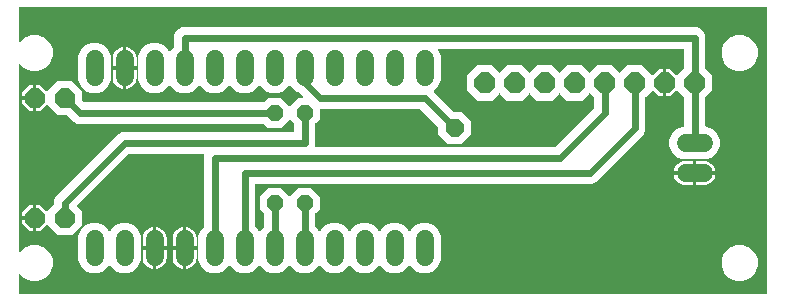
<source format=gbr>
G04 EAGLE Gerber RS-274X export*
G75*
%MOMM*%
%FSLAX34Y34*%
%LPD*%
%INBottom Copper*%
%IPPOS*%
%AMOC8*
5,1,8,0,0,1.08239X$1,22.5*%
G01*
%ADD10C,1.524000*%
%ADD11P,1.924489X8X292.500000*%
%ADD12P,1.814519X8X202.500000*%
%ADD13P,1.429621X8X292.500000*%
%ADD14P,1.649562X8X22.500000*%
%ADD15C,0.609600*%

G36*
X644928Y100842D02*
X644928Y100842D01*
X644947Y100840D01*
X645049Y100862D01*
X645151Y100879D01*
X645168Y100888D01*
X645188Y100892D01*
X645277Y100945D01*
X645368Y100994D01*
X645382Y101008D01*
X645399Y101018D01*
X645466Y101097D01*
X645538Y101172D01*
X645546Y101190D01*
X645559Y101205D01*
X645598Y101301D01*
X645641Y101395D01*
X645643Y101415D01*
X645651Y101433D01*
X645669Y101600D01*
X645669Y342900D01*
X645666Y342920D01*
X645668Y342939D01*
X645646Y343041D01*
X645630Y343143D01*
X645620Y343160D01*
X645616Y343180D01*
X645563Y343269D01*
X645514Y343360D01*
X645500Y343374D01*
X645490Y343391D01*
X645411Y343458D01*
X645336Y343530D01*
X645318Y343538D01*
X645303Y343551D01*
X645207Y343590D01*
X645113Y343633D01*
X645093Y343635D01*
X645075Y343643D01*
X644908Y343661D01*
X12700Y343661D01*
X12680Y343658D01*
X12661Y343660D01*
X12559Y343638D01*
X12457Y343622D01*
X12440Y343612D01*
X12420Y343608D01*
X12331Y343555D01*
X12240Y343506D01*
X12226Y343492D01*
X12209Y343482D01*
X12142Y343403D01*
X12071Y343328D01*
X12062Y343310D01*
X12049Y343295D01*
X12010Y343199D01*
X11967Y343105D01*
X11965Y343085D01*
X11957Y343067D01*
X11939Y342900D01*
X11939Y314617D01*
X11950Y314546D01*
X11952Y314475D01*
X11970Y314426D01*
X11979Y314374D01*
X12012Y314311D01*
X12037Y314244D01*
X12069Y314203D01*
X12094Y314157D01*
X12146Y314108D01*
X12190Y314052D01*
X12234Y314023D01*
X12272Y313988D01*
X12337Y313957D01*
X12397Y313919D01*
X12448Y313906D01*
X12495Y313884D01*
X12566Y313876D01*
X12636Y313859D01*
X12688Y313863D01*
X12739Y313857D01*
X12810Y313872D01*
X12881Y313878D01*
X12929Y313898D01*
X12980Y313909D01*
X13041Y313946D01*
X13107Y313974D01*
X13163Y314019D01*
X13191Y314035D01*
X13206Y314053D01*
X13238Y314079D01*
X16812Y317653D01*
X22384Y319961D01*
X28416Y319961D01*
X33988Y317653D01*
X38253Y313388D01*
X40561Y307816D01*
X40561Y301784D01*
X38253Y296212D01*
X33988Y291947D01*
X28416Y289639D01*
X22384Y289639D01*
X16812Y291947D01*
X13238Y295521D01*
X13180Y295563D01*
X13128Y295612D01*
X13081Y295634D01*
X13039Y295665D01*
X12970Y295686D01*
X12905Y295716D01*
X12853Y295722D01*
X12803Y295737D01*
X12732Y295735D01*
X12661Y295743D01*
X12610Y295732D01*
X12558Y295731D01*
X12490Y295706D01*
X12420Y295691D01*
X12376Y295664D01*
X12327Y295646D01*
X12271Y295601D01*
X12209Y295565D01*
X12175Y295525D01*
X12135Y295493D01*
X12096Y295432D01*
X12049Y295378D01*
X12030Y295329D01*
X12002Y295286D01*
X11984Y295216D01*
X11957Y295150D01*
X11949Y295078D01*
X11941Y295047D01*
X11943Y295024D01*
X11939Y294983D01*
X11939Y136817D01*
X11950Y136746D01*
X11952Y136675D01*
X11970Y136626D01*
X11979Y136574D01*
X12012Y136511D01*
X12037Y136444D01*
X12069Y136403D01*
X12094Y136357D01*
X12146Y136308D01*
X12190Y136252D01*
X12234Y136223D01*
X12272Y136188D01*
X12337Y136157D01*
X12397Y136119D01*
X12448Y136106D01*
X12495Y136084D01*
X12566Y136076D01*
X12636Y136059D01*
X12688Y136063D01*
X12739Y136057D01*
X12810Y136072D01*
X12881Y136078D01*
X12929Y136098D01*
X12980Y136109D01*
X13041Y136146D01*
X13107Y136174D01*
X13163Y136219D01*
X13191Y136235D01*
X13206Y136253D01*
X13238Y136279D01*
X16812Y139853D01*
X22384Y142161D01*
X28416Y142161D01*
X33988Y139853D01*
X38253Y135588D01*
X40561Y130016D01*
X40561Y123984D01*
X38253Y118412D01*
X33988Y114147D01*
X28416Y111839D01*
X22384Y111839D01*
X16812Y114147D01*
X13238Y117721D01*
X13180Y117763D01*
X13128Y117812D01*
X13081Y117834D01*
X13039Y117865D01*
X12970Y117886D01*
X12905Y117916D01*
X12853Y117922D01*
X12803Y117937D01*
X12732Y117935D01*
X12661Y117943D01*
X12610Y117932D01*
X12558Y117931D01*
X12490Y117906D01*
X12420Y117891D01*
X12376Y117864D01*
X12327Y117846D01*
X12271Y117801D01*
X12209Y117765D01*
X12175Y117725D01*
X12135Y117693D01*
X12096Y117632D01*
X12049Y117578D01*
X12030Y117529D01*
X12002Y117486D01*
X11984Y117416D01*
X11957Y117350D01*
X11949Y117278D01*
X11941Y117247D01*
X11943Y117224D01*
X11939Y117183D01*
X11939Y101600D01*
X11942Y101580D01*
X11940Y101561D01*
X11962Y101459D01*
X11979Y101357D01*
X11988Y101340D01*
X11992Y101320D01*
X12045Y101231D01*
X12094Y101140D01*
X12108Y101126D01*
X12118Y101109D01*
X12197Y101042D01*
X12272Y100971D01*
X12290Y100962D01*
X12305Y100949D01*
X12401Y100910D01*
X12495Y100867D01*
X12515Y100865D01*
X12533Y100857D01*
X12700Y100839D01*
X644908Y100839D01*
X644928Y100842D01*
G37*
%LPC*%
G36*
X175072Y118363D02*
X175072Y118363D01*
X170030Y120452D01*
X166172Y124310D01*
X164083Y129352D01*
X164083Y150048D01*
X166172Y155090D01*
X168432Y157351D01*
X168485Y157425D01*
X168545Y157494D01*
X168557Y157524D01*
X168576Y157550D01*
X168603Y157637D01*
X168637Y157722D01*
X168641Y157763D01*
X168648Y157786D01*
X168647Y157818D01*
X168655Y157889D01*
X168655Y217719D01*
X168938Y218403D01*
X168949Y218447D01*
X168968Y218489D01*
X168977Y218566D01*
X168995Y218642D01*
X168990Y218688D01*
X168995Y218733D01*
X168979Y218810D01*
X168972Y218887D01*
X168953Y218929D01*
X168943Y218974D01*
X168903Y219041D01*
X168872Y219112D01*
X168840Y219146D01*
X168817Y219185D01*
X168758Y219236D01*
X168705Y219293D01*
X168665Y219315D01*
X168630Y219345D01*
X168558Y219374D01*
X168490Y219411D01*
X168444Y219420D01*
X168402Y219437D01*
X168266Y219452D01*
X168248Y219455D01*
X168243Y219454D01*
X168235Y219455D01*
X105703Y219455D01*
X105613Y219441D01*
X105522Y219433D01*
X105492Y219421D01*
X105460Y219416D01*
X105380Y219373D01*
X105296Y219337D01*
X105264Y219311D01*
X105243Y219300D01*
X105221Y219277D01*
X105165Y219232D01*
X61693Y175760D01*
X61681Y175744D01*
X61665Y175731D01*
X61609Y175644D01*
X61549Y175560D01*
X61543Y175541D01*
X61532Y175524D01*
X61507Y175424D01*
X61477Y175325D01*
X61477Y175305D01*
X61472Y175286D01*
X61480Y175183D01*
X61483Y175079D01*
X61490Y175061D01*
X61491Y175041D01*
X61532Y174946D01*
X61567Y174848D01*
X61580Y174833D01*
X61588Y174814D01*
X61693Y174683D01*
X65279Y171097D01*
X65279Y159103D01*
X56797Y150621D01*
X44803Y150621D01*
X36124Y159300D01*
X36108Y159312D01*
X36095Y159327D01*
X36008Y159383D01*
X35924Y159444D01*
X35905Y159450D01*
X35888Y159460D01*
X35788Y159486D01*
X35689Y159516D01*
X35669Y159516D01*
X35650Y159520D01*
X35547Y159512D01*
X35443Y159510D01*
X35424Y159503D01*
X35405Y159501D01*
X35310Y159461D01*
X35212Y159425D01*
X35196Y159413D01*
X35178Y159405D01*
X35047Y159300D01*
X29924Y154177D01*
X26923Y154177D01*
X26923Y164338D01*
X26920Y164358D01*
X26922Y164377D01*
X26900Y164479D01*
X26883Y164581D01*
X26874Y164598D01*
X26870Y164618D01*
X26817Y164707D01*
X26768Y164798D01*
X26754Y164812D01*
X26744Y164829D01*
X26665Y164896D01*
X26590Y164967D01*
X26572Y164976D01*
X26557Y164989D01*
X26461Y165027D01*
X26367Y165071D01*
X26347Y165073D01*
X26329Y165081D01*
X26162Y165099D01*
X25399Y165099D01*
X25399Y165101D01*
X26162Y165101D01*
X26182Y165104D01*
X26201Y165102D01*
X26303Y165124D01*
X26405Y165141D01*
X26422Y165150D01*
X26442Y165154D01*
X26531Y165207D01*
X26622Y165256D01*
X26636Y165270D01*
X26653Y165280D01*
X26720Y165359D01*
X26791Y165434D01*
X26800Y165452D01*
X26813Y165467D01*
X26852Y165563D01*
X26895Y165657D01*
X26897Y165677D01*
X26905Y165695D01*
X26923Y165862D01*
X26923Y176023D01*
X29924Y176023D01*
X35047Y170900D01*
X35063Y170888D01*
X35076Y170873D01*
X35163Y170816D01*
X35247Y170756D01*
X35266Y170750D01*
X35283Y170740D01*
X35383Y170714D01*
X35482Y170684D01*
X35502Y170684D01*
X35521Y170680D01*
X35624Y170688D01*
X35728Y170690D01*
X35747Y170697D01*
X35767Y170699D01*
X35861Y170739D01*
X35959Y170775D01*
X35975Y170787D01*
X35993Y170795D01*
X36124Y170900D01*
X41432Y176208D01*
X41485Y176282D01*
X41545Y176352D01*
X41557Y176382D01*
X41576Y176408D01*
X41603Y176495D01*
X41637Y176580D01*
X41641Y176621D01*
X41648Y176643D01*
X41647Y176675D01*
X41655Y176747D01*
X41655Y179619D01*
X43047Y182980D01*
X96420Y236353D01*
X99781Y237745D01*
X244094Y237745D01*
X244114Y237748D01*
X244133Y237746D01*
X244235Y237768D01*
X244337Y237784D01*
X244354Y237794D01*
X244374Y237798D01*
X244463Y237851D01*
X244554Y237900D01*
X244568Y237914D01*
X244585Y237924D01*
X244652Y238003D01*
X244724Y238078D01*
X244732Y238096D01*
X244745Y238111D01*
X244784Y238207D01*
X244827Y238301D01*
X244829Y238321D01*
X244837Y238339D01*
X244855Y238506D01*
X244855Y244868D01*
X244841Y244958D01*
X244833Y245049D01*
X244821Y245079D01*
X244816Y245111D01*
X244773Y245191D01*
X244737Y245275D01*
X244711Y245307D01*
X244700Y245328D01*
X244677Y245350D01*
X244632Y245406D01*
X241838Y248200D01*
X241822Y248212D01*
X241810Y248227D01*
X241722Y248284D01*
X241639Y248344D01*
X241620Y248350D01*
X241603Y248360D01*
X241502Y248386D01*
X241403Y248416D01*
X241384Y248416D01*
X241364Y248420D01*
X241261Y248412D01*
X241158Y248410D01*
X241139Y248403D01*
X241119Y248401D01*
X241024Y248361D01*
X240927Y248325D01*
X240911Y248313D01*
X240893Y248305D01*
X240762Y248200D01*
X233861Y241299D01*
X223339Y241299D01*
X220006Y244632D01*
X219932Y244685D01*
X219863Y244745D01*
X219833Y244757D01*
X219806Y244776D01*
X219719Y244803D01*
X219635Y244837D01*
X219594Y244841D01*
X219571Y244848D01*
X219539Y244847D01*
X219468Y244855D01*
X61681Y244855D01*
X58320Y246247D01*
X55640Y248927D01*
X52569Y251998D01*
X52495Y252051D01*
X52426Y252111D01*
X52396Y252123D01*
X52369Y252142D01*
X52282Y252169D01*
X52198Y252203D01*
X52157Y252207D01*
X52134Y252214D01*
X52102Y252213D01*
X52031Y252221D01*
X44803Y252221D01*
X36124Y260900D01*
X36108Y260912D01*
X36095Y260927D01*
X36008Y260983D01*
X35924Y261044D01*
X35905Y261050D01*
X35888Y261060D01*
X35788Y261086D01*
X35689Y261116D01*
X35669Y261116D01*
X35650Y261120D01*
X35547Y261112D01*
X35443Y261110D01*
X35424Y261103D01*
X35405Y261101D01*
X35310Y261061D01*
X35212Y261025D01*
X35196Y261013D01*
X35178Y261005D01*
X35047Y260900D01*
X29924Y255777D01*
X26923Y255777D01*
X26923Y265938D01*
X26920Y265958D01*
X26922Y265977D01*
X26900Y266079D01*
X26883Y266181D01*
X26874Y266198D01*
X26870Y266218D01*
X26817Y266307D01*
X26768Y266398D01*
X26754Y266412D01*
X26744Y266429D01*
X26665Y266496D01*
X26590Y266567D01*
X26572Y266576D01*
X26557Y266589D01*
X26461Y266627D01*
X26367Y266671D01*
X26347Y266673D01*
X26329Y266681D01*
X26162Y266699D01*
X25399Y266699D01*
X25399Y266701D01*
X26162Y266701D01*
X26182Y266704D01*
X26201Y266702D01*
X26303Y266724D01*
X26405Y266741D01*
X26422Y266750D01*
X26442Y266754D01*
X26531Y266807D01*
X26622Y266856D01*
X26636Y266870D01*
X26653Y266880D01*
X26720Y266959D01*
X26791Y267034D01*
X26800Y267052D01*
X26813Y267067D01*
X26852Y267163D01*
X26895Y267257D01*
X26897Y267277D01*
X26905Y267295D01*
X26923Y267462D01*
X26923Y277623D01*
X29924Y277623D01*
X35047Y272500D01*
X35063Y272488D01*
X35076Y272473D01*
X35163Y272416D01*
X35247Y272356D01*
X35266Y272350D01*
X35283Y272340D01*
X35383Y272314D01*
X35482Y272284D01*
X35502Y272284D01*
X35521Y272280D01*
X35624Y272288D01*
X35728Y272290D01*
X35747Y272297D01*
X35767Y272299D01*
X35861Y272339D01*
X35959Y272375D01*
X35975Y272387D01*
X35993Y272395D01*
X36124Y272500D01*
X44803Y281179D01*
X56797Y281179D01*
X65279Y272697D01*
X65279Y265469D01*
X65293Y265379D01*
X65301Y265288D01*
X65313Y265258D01*
X65318Y265226D01*
X65361Y265146D01*
X65397Y265062D01*
X65423Y265030D01*
X65434Y265009D01*
X65457Y264987D01*
X65502Y264931D01*
X67065Y263368D01*
X67139Y263315D01*
X67208Y263255D01*
X67238Y263243D01*
X67265Y263224D01*
X67352Y263197D01*
X67436Y263163D01*
X67477Y263159D01*
X67500Y263152D01*
X67532Y263153D01*
X67603Y263145D01*
X219468Y263145D01*
X219558Y263159D01*
X219649Y263167D01*
X219679Y263179D01*
X219711Y263184D01*
X219791Y263227D01*
X219875Y263263D01*
X219907Y263289D01*
X219928Y263300D01*
X219950Y263323D01*
X220006Y263368D01*
X223339Y266701D01*
X233861Y266701D01*
X240762Y259800D01*
X240778Y259788D01*
X240790Y259773D01*
X240878Y259717D01*
X240961Y259656D01*
X240980Y259650D01*
X240997Y259640D01*
X241098Y259614D01*
X241197Y259584D01*
X241216Y259584D01*
X241236Y259580D01*
X241339Y259588D01*
X241442Y259590D01*
X241461Y259597D01*
X241481Y259599D01*
X241576Y259639D01*
X241673Y259675D01*
X241689Y259687D01*
X241707Y259695D01*
X241838Y259800D01*
X248739Y266701D01*
X251929Y266701D01*
X252000Y266712D01*
X252071Y266714D01*
X252120Y266732D01*
X252172Y266740D01*
X252235Y266774D01*
X252302Y266799D01*
X252343Y266831D01*
X252389Y266856D01*
X252438Y266907D01*
X252494Y266952D01*
X252523Y266996D01*
X252558Y267034D01*
X252589Y267099D01*
X252627Y267159D01*
X252640Y267210D01*
X252662Y267257D01*
X252670Y267328D01*
X252687Y267398D01*
X252683Y267450D01*
X252689Y267501D01*
X252674Y267572D01*
X252668Y267643D01*
X252648Y267691D01*
X252637Y267742D01*
X252600Y267803D01*
X252572Y267869D01*
X252527Y267925D01*
X252511Y267953D01*
X252493Y267968D01*
X252467Y268000D01*
X248703Y271765D01*
X248650Y271803D01*
X248603Y271849D01*
X248530Y271889D01*
X248503Y271908D01*
X248485Y271914D01*
X248456Y271930D01*
X246230Y272852D01*
X242372Y276710D01*
X242003Y277599D01*
X241966Y277660D01*
X241936Y277725D01*
X241901Y277764D01*
X241874Y277808D01*
X241819Y277854D01*
X241770Y277907D01*
X241724Y277932D01*
X241684Y277965D01*
X241617Y277991D01*
X241554Y278025D01*
X241503Y278034D01*
X241455Y278053D01*
X241383Y278056D01*
X241312Y278069D01*
X241261Y278061D01*
X241209Y278063D01*
X241140Y278044D01*
X241069Y278033D01*
X241023Y278009D01*
X240973Y277995D01*
X240914Y277954D01*
X240850Y277922D01*
X240813Y277884D01*
X240771Y277855D01*
X240728Y277797D01*
X240678Y277746D01*
X240643Y277683D01*
X240624Y277657D01*
X240617Y277635D01*
X240597Y277599D01*
X240228Y276710D01*
X236370Y272852D01*
X231328Y270763D01*
X225872Y270763D01*
X220830Y272852D01*
X216972Y276710D01*
X216603Y277599D01*
X216566Y277660D01*
X216536Y277725D01*
X216501Y277764D01*
X216474Y277808D01*
X216419Y277854D01*
X216370Y277907D01*
X216324Y277932D01*
X216284Y277965D01*
X216217Y277991D01*
X216154Y278025D01*
X216103Y278034D01*
X216055Y278053D01*
X215983Y278056D01*
X215912Y278069D01*
X215861Y278061D01*
X215809Y278063D01*
X215740Y278044D01*
X215669Y278033D01*
X215623Y278009D01*
X215573Y277995D01*
X215514Y277954D01*
X215450Y277922D01*
X215413Y277884D01*
X215371Y277855D01*
X215328Y277797D01*
X215278Y277746D01*
X215243Y277683D01*
X215224Y277657D01*
X215217Y277635D01*
X215197Y277599D01*
X214828Y276710D01*
X210970Y272852D01*
X205928Y270763D01*
X200472Y270763D01*
X195430Y272852D01*
X191572Y276710D01*
X191203Y277599D01*
X191166Y277660D01*
X191136Y277725D01*
X191101Y277764D01*
X191074Y277808D01*
X191019Y277854D01*
X190970Y277907D01*
X190924Y277932D01*
X190884Y277965D01*
X190817Y277991D01*
X190754Y278025D01*
X190703Y278034D01*
X190655Y278053D01*
X190583Y278056D01*
X190512Y278069D01*
X190461Y278061D01*
X190409Y278063D01*
X190340Y278044D01*
X190269Y278033D01*
X190223Y278009D01*
X190173Y277995D01*
X190114Y277954D01*
X190050Y277922D01*
X190013Y277884D01*
X189971Y277855D01*
X189928Y277797D01*
X189878Y277746D01*
X189843Y277683D01*
X189824Y277657D01*
X189817Y277635D01*
X189797Y277599D01*
X189428Y276710D01*
X185570Y272852D01*
X180528Y270763D01*
X175072Y270763D01*
X170030Y272852D01*
X166172Y276710D01*
X165803Y277599D01*
X165766Y277660D01*
X165736Y277725D01*
X165701Y277764D01*
X165674Y277808D01*
X165619Y277854D01*
X165570Y277907D01*
X165524Y277932D01*
X165484Y277965D01*
X165417Y277991D01*
X165354Y278025D01*
X165303Y278034D01*
X165255Y278053D01*
X165183Y278056D01*
X165112Y278069D01*
X165061Y278061D01*
X165009Y278063D01*
X164940Y278044D01*
X164869Y278033D01*
X164823Y278009D01*
X164773Y277995D01*
X164714Y277954D01*
X164650Y277922D01*
X164613Y277884D01*
X164571Y277855D01*
X164528Y277797D01*
X164478Y277746D01*
X164443Y277683D01*
X164424Y277657D01*
X164417Y277635D01*
X164397Y277599D01*
X164028Y276710D01*
X160170Y272852D01*
X155128Y270763D01*
X149672Y270763D01*
X144630Y272852D01*
X140772Y276710D01*
X140403Y277599D01*
X140366Y277660D01*
X140336Y277725D01*
X140301Y277764D01*
X140274Y277808D01*
X140219Y277854D01*
X140170Y277907D01*
X140124Y277932D01*
X140084Y277965D01*
X140017Y277991D01*
X139954Y278025D01*
X139903Y278034D01*
X139855Y278053D01*
X139783Y278056D01*
X139712Y278069D01*
X139661Y278061D01*
X139609Y278063D01*
X139540Y278044D01*
X139469Y278033D01*
X139423Y278009D01*
X139373Y277995D01*
X139314Y277954D01*
X139250Y277922D01*
X139213Y277884D01*
X139171Y277855D01*
X139128Y277797D01*
X139078Y277746D01*
X139043Y277683D01*
X139024Y277657D01*
X139017Y277635D01*
X138997Y277599D01*
X138628Y276710D01*
X134770Y272852D01*
X129728Y270763D01*
X124272Y270763D01*
X119230Y272852D01*
X115372Y276710D01*
X113283Y281752D01*
X113283Y302448D01*
X115372Y307490D01*
X119230Y311348D01*
X124272Y313437D01*
X129728Y313437D01*
X134770Y311348D01*
X138628Y307490D01*
X138997Y306601D01*
X139034Y306540D01*
X139064Y306475D01*
X139099Y306436D01*
X139126Y306392D01*
X139182Y306346D01*
X139230Y306293D01*
X139276Y306268D01*
X139316Y306235D01*
X139383Y306209D01*
X139446Y306175D01*
X139497Y306166D01*
X139545Y306147D01*
X139617Y306144D01*
X139688Y306131D01*
X139739Y306139D01*
X139791Y306137D01*
X139860Y306156D01*
X139931Y306167D01*
X139977Y306191D01*
X140027Y306205D01*
X140086Y306246D01*
X140150Y306278D01*
X140187Y306316D01*
X140229Y306345D01*
X140272Y306403D01*
X140322Y306454D01*
X140357Y306517D01*
X140376Y306543D01*
X140384Y306565D01*
X140403Y306601D01*
X140772Y307490D01*
X143032Y309751D01*
X143085Y309825D01*
X143145Y309894D01*
X143157Y309924D01*
X143176Y309950D01*
X143203Y310037D01*
X143237Y310122D01*
X143241Y310163D01*
X143248Y310186D01*
X143247Y310218D01*
X143255Y310289D01*
X143255Y319319D01*
X144647Y322680D01*
X147220Y325253D01*
X150581Y326645D01*
X586019Y326645D01*
X589380Y325253D01*
X591953Y322680D01*
X593345Y319319D01*
X593345Y291765D01*
X593359Y291675D01*
X593367Y291584D01*
X593379Y291554D01*
X593384Y291522D01*
X593427Y291442D01*
X593463Y291358D01*
X593489Y291326D01*
X593500Y291305D01*
X593523Y291283D01*
X593568Y291227D01*
X599187Y285608D01*
X599187Y273192D01*
X593568Y267573D01*
X593515Y267499D01*
X593455Y267430D01*
X593443Y267400D01*
X593424Y267374D01*
X593397Y267287D01*
X593363Y267202D01*
X593359Y267161D01*
X593352Y267138D01*
X593353Y267106D01*
X593345Y267035D01*
X593345Y243078D01*
X593348Y243058D01*
X593346Y243039D01*
X593368Y242937D01*
X593384Y242835D01*
X593394Y242818D01*
X593398Y242798D01*
X593451Y242709D01*
X593500Y242618D01*
X593514Y242604D01*
X593524Y242587D01*
X593603Y242520D01*
X593678Y242448D01*
X593696Y242440D01*
X593711Y242427D01*
X593807Y242388D01*
X593901Y242345D01*
X593921Y242343D01*
X593939Y242335D01*
X594106Y242317D01*
X594548Y242317D01*
X599590Y240228D01*
X603448Y236370D01*
X605537Y231328D01*
X605537Y225872D01*
X603448Y220830D01*
X599590Y216972D01*
X594548Y214883D01*
X573852Y214883D01*
X568810Y216972D01*
X564952Y220830D01*
X562863Y225872D01*
X562863Y231328D01*
X564952Y236370D01*
X568810Y240228D01*
X573852Y242317D01*
X574294Y242317D01*
X574314Y242320D01*
X574333Y242318D01*
X574435Y242340D01*
X574537Y242356D01*
X574554Y242366D01*
X574574Y242370D01*
X574663Y242423D01*
X574754Y242472D01*
X574768Y242486D01*
X574785Y242496D01*
X574852Y242575D01*
X574924Y242650D01*
X574932Y242668D01*
X574945Y242683D01*
X574984Y242779D01*
X575027Y242873D01*
X575029Y242893D01*
X575037Y242911D01*
X575055Y243078D01*
X575055Y267035D01*
X575041Y267125D01*
X575033Y267216D01*
X575021Y267246D01*
X575016Y267278D01*
X574973Y267358D01*
X574937Y267442D01*
X574911Y267474D01*
X574900Y267495D01*
X574877Y267517D01*
X574832Y267573D01*
X569524Y272882D01*
X569508Y272893D01*
X569495Y272909D01*
X569408Y272965D01*
X569324Y273025D01*
X569305Y273031D01*
X569288Y273042D01*
X569188Y273067D01*
X569089Y273098D01*
X569069Y273097D01*
X569050Y273102D01*
X568947Y273094D01*
X568843Y273091D01*
X568824Y273084D01*
X568805Y273083D01*
X568710Y273043D01*
X568612Y273007D01*
X568596Y272994D01*
X568578Y272987D01*
X568447Y272882D01*
X563535Y267969D01*
X560323Y267969D01*
X560323Y278638D01*
X560320Y278658D01*
X560322Y278677D01*
X560300Y278779D01*
X560283Y278881D01*
X560274Y278898D01*
X560270Y278918D01*
X560217Y279007D01*
X560168Y279098D01*
X560154Y279112D01*
X560144Y279129D01*
X560065Y279196D01*
X559990Y279267D01*
X559972Y279276D01*
X559957Y279289D01*
X559861Y279327D01*
X559767Y279371D01*
X559747Y279373D01*
X559729Y279381D01*
X559562Y279399D01*
X558038Y279399D01*
X558018Y279396D01*
X557999Y279398D01*
X557897Y279376D01*
X557795Y279359D01*
X557778Y279350D01*
X557758Y279346D01*
X557669Y279293D01*
X557578Y279244D01*
X557564Y279230D01*
X557547Y279220D01*
X557480Y279141D01*
X557409Y279066D01*
X557400Y279048D01*
X557387Y279033D01*
X557348Y278937D01*
X557305Y278843D01*
X557303Y278823D01*
X557295Y278805D01*
X557277Y278638D01*
X557277Y267969D01*
X554065Y267969D01*
X549153Y272882D01*
X549137Y272893D01*
X549124Y272909D01*
X549037Y272965D01*
X548953Y273025D01*
X548934Y273031D01*
X548917Y273042D01*
X548817Y273067D01*
X548718Y273098D01*
X548698Y273097D01*
X548679Y273102D01*
X548576Y273094D01*
X548472Y273091D01*
X548453Y273084D01*
X548433Y273083D01*
X548339Y273043D01*
X548241Y273007D01*
X548225Y272994D01*
X548207Y272987D01*
X548076Y272882D01*
X542768Y267573D01*
X542715Y267499D01*
X542655Y267430D01*
X542643Y267400D01*
X542624Y267374D01*
X542597Y267287D01*
X542563Y267202D01*
X542559Y267161D01*
X542552Y267138D01*
X542553Y267106D01*
X542545Y267035D01*
X542545Y239481D01*
X541153Y236120D01*
X500480Y195447D01*
X497119Y194055D01*
X213106Y194055D01*
X213086Y194052D01*
X213067Y194054D01*
X212965Y194032D01*
X212863Y194016D01*
X212846Y194006D01*
X212826Y194002D01*
X212737Y193949D01*
X212646Y193900D01*
X212632Y193886D01*
X212615Y193876D01*
X212548Y193797D01*
X212476Y193722D01*
X212468Y193704D01*
X212455Y193689D01*
X212416Y193593D01*
X212373Y193499D01*
X212371Y193479D01*
X212363Y193461D01*
X212345Y193294D01*
X212345Y157889D01*
X212359Y157799D01*
X212367Y157708D01*
X212379Y157678D01*
X212384Y157646D01*
X212427Y157566D01*
X212463Y157482D01*
X212489Y157449D01*
X212500Y157429D01*
X212523Y157407D01*
X212568Y157351D01*
X214829Y155090D01*
X215197Y154201D01*
X215234Y154140D01*
X215264Y154075D01*
X215299Y154036D01*
X215326Y153992D01*
X215381Y153946D01*
X215430Y153893D01*
X215476Y153868D01*
X215516Y153835D01*
X215583Y153809D01*
X215646Y153775D01*
X215697Y153766D01*
X215745Y153747D01*
X215817Y153744D01*
X215888Y153731D01*
X215939Y153739D01*
X215991Y153737D01*
X216060Y153756D01*
X216131Y153767D01*
X216177Y153791D01*
X216227Y153805D01*
X216286Y153846D01*
X216350Y153878D01*
X216387Y153916D01*
X216429Y153945D01*
X216472Y154003D01*
X216522Y154054D01*
X216557Y154117D01*
X216576Y154143D01*
X216583Y154165D01*
X216603Y154201D01*
X216972Y155090D01*
X219232Y157351D01*
X219285Y157425D01*
X219345Y157494D01*
X219357Y157524D01*
X219376Y157550D01*
X219403Y157637D01*
X219437Y157722D01*
X219441Y157763D01*
X219448Y157786D01*
X219447Y157818D01*
X219455Y157889D01*
X219455Y168668D01*
X219441Y168758D01*
X219433Y168849D01*
X219421Y168879D01*
X219416Y168911D01*
X219373Y168991D01*
X219337Y169075D01*
X219311Y169107D01*
X219300Y169128D01*
X219277Y169150D01*
X219232Y169206D01*
X215899Y172539D01*
X215899Y183061D01*
X223339Y190501D01*
X233861Y190501D01*
X240762Y183600D01*
X240778Y183588D01*
X240790Y183573D01*
X240878Y183517D01*
X240961Y183456D01*
X240980Y183450D01*
X240997Y183440D01*
X241098Y183414D01*
X241197Y183384D01*
X241216Y183384D01*
X241236Y183380D01*
X241339Y183388D01*
X241442Y183390D01*
X241461Y183397D01*
X241481Y183399D01*
X241576Y183439D01*
X241673Y183475D01*
X241689Y183487D01*
X241707Y183495D01*
X241838Y183600D01*
X248739Y190501D01*
X259261Y190501D01*
X266701Y183061D01*
X266701Y172539D01*
X263368Y169206D01*
X263315Y169132D01*
X263255Y169063D01*
X263243Y169033D01*
X263224Y169006D01*
X263197Y168919D01*
X263163Y168835D01*
X263159Y168794D01*
X263152Y168771D01*
X263153Y168739D01*
X263145Y168668D01*
X263145Y157889D01*
X263159Y157799D01*
X263167Y157708D01*
X263179Y157678D01*
X263184Y157646D01*
X263227Y157566D01*
X263263Y157482D01*
X263289Y157449D01*
X263300Y157429D01*
X263323Y157407D01*
X263368Y157351D01*
X265629Y155090D01*
X265997Y154201D01*
X266034Y154140D01*
X266064Y154075D01*
X266099Y154036D01*
X266126Y153992D01*
X266181Y153946D01*
X266230Y153893D01*
X266276Y153868D01*
X266316Y153835D01*
X266383Y153809D01*
X266446Y153775D01*
X266497Y153766D01*
X266545Y153747D01*
X266617Y153744D01*
X266688Y153731D01*
X266739Y153739D01*
X266791Y153737D01*
X266860Y153756D01*
X266931Y153767D01*
X266977Y153791D01*
X267027Y153805D01*
X267086Y153846D01*
X267150Y153878D01*
X267187Y153916D01*
X267229Y153945D01*
X267272Y154003D01*
X267322Y154054D01*
X267357Y154117D01*
X267376Y154143D01*
X267383Y154165D01*
X267403Y154201D01*
X267772Y155090D01*
X271630Y158948D01*
X276672Y161037D01*
X282128Y161037D01*
X287170Y158948D01*
X291028Y155090D01*
X291397Y154201D01*
X291434Y154140D01*
X291464Y154075D01*
X291499Y154036D01*
X291526Y153992D01*
X291581Y153946D01*
X291630Y153893D01*
X291676Y153868D01*
X291716Y153835D01*
X291783Y153809D01*
X291846Y153775D01*
X291897Y153766D01*
X291945Y153747D01*
X292017Y153744D01*
X292088Y153731D01*
X292139Y153739D01*
X292191Y153737D01*
X292260Y153756D01*
X292331Y153767D01*
X292377Y153791D01*
X292427Y153805D01*
X292486Y153846D01*
X292550Y153878D01*
X292587Y153916D01*
X292629Y153945D01*
X292672Y154003D01*
X292722Y154054D01*
X292757Y154117D01*
X292776Y154143D01*
X292783Y154165D01*
X292803Y154201D01*
X293172Y155090D01*
X297030Y158948D01*
X302072Y161037D01*
X307528Y161037D01*
X312570Y158948D01*
X316428Y155090D01*
X316797Y154201D01*
X316834Y154140D01*
X316864Y154075D01*
X316899Y154036D01*
X316926Y153992D01*
X316981Y153946D01*
X317030Y153893D01*
X317076Y153868D01*
X317116Y153835D01*
X317183Y153809D01*
X317246Y153775D01*
X317297Y153766D01*
X317345Y153747D01*
X317417Y153744D01*
X317488Y153731D01*
X317539Y153739D01*
X317591Y153737D01*
X317660Y153756D01*
X317731Y153767D01*
X317777Y153791D01*
X317827Y153805D01*
X317886Y153846D01*
X317950Y153878D01*
X317987Y153916D01*
X318029Y153945D01*
X318072Y154003D01*
X318122Y154054D01*
X318157Y154117D01*
X318176Y154143D01*
X318183Y154165D01*
X318203Y154201D01*
X318572Y155090D01*
X322430Y158948D01*
X327472Y161037D01*
X332928Y161037D01*
X337970Y158948D01*
X341828Y155090D01*
X342197Y154201D01*
X342234Y154140D01*
X342264Y154075D01*
X342299Y154036D01*
X342326Y153992D01*
X342381Y153946D01*
X342430Y153893D01*
X342476Y153868D01*
X342516Y153835D01*
X342583Y153809D01*
X342646Y153775D01*
X342697Y153766D01*
X342745Y153747D01*
X342817Y153744D01*
X342888Y153731D01*
X342939Y153739D01*
X342991Y153737D01*
X343060Y153756D01*
X343131Y153767D01*
X343177Y153791D01*
X343227Y153805D01*
X343286Y153846D01*
X343350Y153878D01*
X343387Y153916D01*
X343429Y153945D01*
X343472Y154003D01*
X343522Y154054D01*
X343557Y154117D01*
X343576Y154143D01*
X343583Y154165D01*
X343603Y154201D01*
X343972Y155090D01*
X347830Y158948D01*
X352872Y161037D01*
X358328Y161037D01*
X363370Y158948D01*
X367228Y155090D01*
X369317Y150048D01*
X369317Y129352D01*
X367228Y124310D01*
X363370Y120452D01*
X358328Y118363D01*
X352872Y118363D01*
X347830Y120452D01*
X343972Y124310D01*
X343603Y125199D01*
X343566Y125260D01*
X343536Y125325D01*
X343501Y125364D01*
X343474Y125408D01*
X343418Y125454D01*
X343370Y125507D01*
X343324Y125532D01*
X343284Y125565D01*
X343217Y125591D01*
X343154Y125625D01*
X343103Y125634D01*
X343055Y125653D01*
X342983Y125656D01*
X342912Y125669D01*
X342861Y125661D01*
X342809Y125663D01*
X342740Y125644D01*
X342669Y125633D01*
X342623Y125609D01*
X342573Y125595D01*
X342514Y125554D01*
X342450Y125522D01*
X342413Y125484D01*
X342371Y125455D01*
X342328Y125397D01*
X342278Y125346D01*
X342243Y125283D01*
X342224Y125257D01*
X342216Y125235D01*
X342197Y125199D01*
X341828Y124310D01*
X337970Y120452D01*
X332928Y118363D01*
X327472Y118363D01*
X322430Y120452D01*
X318572Y124310D01*
X318203Y125199D01*
X318166Y125260D01*
X318136Y125325D01*
X318101Y125364D01*
X318074Y125408D01*
X318018Y125454D01*
X317970Y125507D01*
X317924Y125532D01*
X317884Y125565D01*
X317817Y125591D01*
X317754Y125625D01*
X317703Y125634D01*
X317655Y125653D01*
X317583Y125656D01*
X317512Y125669D01*
X317461Y125661D01*
X317409Y125663D01*
X317340Y125644D01*
X317269Y125633D01*
X317223Y125609D01*
X317173Y125595D01*
X317114Y125554D01*
X317050Y125522D01*
X317013Y125484D01*
X316971Y125455D01*
X316928Y125397D01*
X316878Y125346D01*
X316843Y125283D01*
X316824Y125257D01*
X316816Y125235D01*
X316797Y125199D01*
X316428Y124310D01*
X312570Y120452D01*
X307528Y118363D01*
X302072Y118363D01*
X297030Y120452D01*
X293172Y124310D01*
X292803Y125199D01*
X292766Y125260D01*
X292736Y125325D01*
X292701Y125364D01*
X292674Y125408D01*
X292618Y125454D01*
X292570Y125507D01*
X292524Y125532D01*
X292484Y125565D01*
X292417Y125591D01*
X292354Y125625D01*
X292303Y125634D01*
X292255Y125653D01*
X292183Y125656D01*
X292112Y125669D01*
X292061Y125661D01*
X292009Y125663D01*
X291940Y125644D01*
X291869Y125633D01*
X291823Y125609D01*
X291773Y125595D01*
X291714Y125554D01*
X291650Y125522D01*
X291613Y125484D01*
X291571Y125455D01*
X291528Y125397D01*
X291478Y125346D01*
X291443Y125283D01*
X291424Y125257D01*
X291416Y125235D01*
X291397Y125199D01*
X291028Y124310D01*
X287170Y120452D01*
X282128Y118363D01*
X276672Y118363D01*
X271630Y120452D01*
X267772Y124310D01*
X267403Y125199D01*
X267366Y125260D01*
X267336Y125325D01*
X267301Y125364D01*
X267274Y125408D01*
X267218Y125454D01*
X267170Y125507D01*
X267124Y125532D01*
X267084Y125565D01*
X267017Y125591D01*
X266954Y125625D01*
X266903Y125634D01*
X266855Y125653D01*
X266783Y125656D01*
X266712Y125669D01*
X266661Y125661D01*
X266609Y125663D01*
X266540Y125644D01*
X266469Y125633D01*
X266423Y125609D01*
X266373Y125595D01*
X266314Y125554D01*
X266250Y125522D01*
X266213Y125484D01*
X266171Y125455D01*
X266128Y125397D01*
X266078Y125346D01*
X266043Y125283D01*
X266024Y125257D01*
X266016Y125235D01*
X265997Y125199D01*
X265628Y124310D01*
X261770Y120452D01*
X256728Y118363D01*
X251272Y118363D01*
X246230Y120452D01*
X242372Y124310D01*
X242003Y125199D01*
X241966Y125260D01*
X241936Y125325D01*
X241901Y125364D01*
X241874Y125408D01*
X241818Y125454D01*
X241770Y125507D01*
X241724Y125532D01*
X241684Y125565D01*
X241617Y125591D01*
X241554Y125625D01*
X241503Y125634D01*
X241455Y125653D01*
X241383Y125656D01*
X241312Y125669D01*
X241261Y125661D01*
X241209Y125663D01*
X241140Y125644D01*
X241069Y125633D01*
X241023Y125609D01*
X240973Y125595D01*
X240914Y125554D01*
X240850Y125522D01*
X240813Y125484D01*
X240771Y125455D01*
X240728Y125397D01*
X240678Y125346D01*
X240643Y125283D01*
X240624Y125257D01*
X240616Y125235D01*
X240597Y125199D01*
X240228Y124310D01*
X236370Y120452D01*
X231328Y118363D01*
X225872Y118363D01*
X220830Y120452D01*
X216972Y124310D01*
X216603Y125199D01*
X216566Y125260D01*
X216536Y125325D01*
X216501Y125364D01*
X216474Y125408D01*
X216418Y125454D01*
X216370Y125507D01*
X216324Y125532D01*
X216284Y125565D01*
X216217Y125591D01*
X216154Y125625D01*
X216103Y125634D01*
X216055Y125653D01*
X215983Y125656D01*
X215912Y125669D01*
X215861Y125661D01*
X215809Y125663D01*
X215740Y125644D01*
X215669Y125633D01*
X215623Y125609D01*
X215573Y125595D01*
X215514Y125554D01*
X215450Y125522D01*
X215413Y125484D01*
X215371Y125455D01*
X215328Y125397D01*
X215278Y125346D01*
X215243Y125283D01*
X215224Y125257D01*
X215216Y125235D01*
X215197Y125199D01*
X214828Y124310D01*
X210970Y120452D01*
X205928Y118363D01*
X200472Y118363D01*
X195430Y120452D01*
X191572Y124310D01*
X191203Y125199D01*
X191166Y125260D01*
X191136Y125325D01*
X191101Y125364D01*
X191074Y125408D01*
X191019Y125454D01*
X190970Y125507D01*
X190924Y125532D01*
X190884Y125565D01*
X190817Y125591D01*
X190754Y125625D01*
X190703Y125634D01*
X190655Y125653D01*
X190583Y125656D01*
X190512Y125669D01*
X190461Y125661D01*
X190409Y125663D01*
X190340Y125644D01*
X190269Y125633D01*
X190223Y125609D01*
X190173Y125595D01*
X190114Y125554D01*
X190050Y125522D01*
X190013Y125484D01*
X189971Y125455D01*
X189928Y125397D01*
X189878Y125346D01*
X189843Y125283D01*
X189824Y125257D01*
X189817Y125235D01*
X189797Y125199D01*
X189428Y124310D01*
X185570Y120452D01*
X180528Y118363D01*
X175072Y118363D01*
G37*
%LPD*%
G36*
X465887Y225059D02*
X465887Y225059D01*
X465978Y225067D01*
X466008Y225079D01*
X466040Y225084D01*
X466120Y225127D01*
X466204Y225163D01*
X466236Y225189D01*
X466257Y225200D01*
X466279Y225223D01*
X466335Y225268D01*
X498632Y257565D01*
X498685Y257639D01*
X498745Y257708D01*
X498757Y257738D01*
X498776Y257765D01*
X498803Y257852D01*
X498837Y257936D01*
X498841Y257977D01*
X498848Y258000D01*
X498847Y258032D01*
X498855Y258103D01*
X498855Y267035D01*
X498841Y267125D01*
X498833Y267216D01*
X498821Y267246D01*
X498816Y267278D01*
X498773Y267358D01*
X498737Y267442D01*
X498711Y267474D01*
X498700Y267495D01*
X498677Y267517D01*
X498632Y267573D01*
X495838Y270367D01*
X495822Y270379D01*
X495810Y270394D01*
X495722Y270451D01*
X495639Y270511D01*
X495620Y270517D01*
X495603Y270527D01*
X495502Y270553D01*
X495403Y270583D01*
X495384Y270583D01*
X495364Y270588D01*
X495261Y270580D01*
X495158Y270577D01*
X495139Y270570D01*
X495119Y270568D01*
X495024Y270528D01*
X494927Y270492D01*
X494911Y270480D01*
X494893Y270472D01*
X494762Y270367D01*
X488808Y264413D01*
X476392Y264413D01*
X470438Y270367D01*
X470422Y270379D01*
X470410Y270394D01*
X470322Y270451D01*
X470239Y270511D01*
X470220Y270517D01*
X470203Y270527D01*
X470102Y270553D01*
X470003Y270583D01*
X469984Y270583D01*
X469964Y270588D01*
X469861Y270580D01*
X469758Y270577D01*
X469739Y270570D01*
X469719Y270568D01*
X469624Y270528D01*
X469527Y270492D01*
X469511Y270480D01*
X469493Y270472D01*
X469362Y270367D01*
X463408Y264413D01*
X450992Y264413D01*
X445038Y270367D01*
X445022Y270379D01*
X445010Y270394D01*
X444922Y270451D01*
X444839Y270511D01*
X444820Y270517D01*
X444803Y270527D01*
X444702Y270553D01*
X444603Y270583D01*
X444584Y270583D01*
X444564Y270588D01*
X444461Y270580D01*
X444358Y270577D01*
X444339Y270570D01*
X444319Y270568D01*
X444224Y270528D01*
X444127Y270492D01*
X444111Y270480D01*
X444093Y270472D01*
X443962Y270367D01*
X438008Y264413D01*
X425592Y264413D01*
X419638Y270367D01*
X419622Y270379D01*
X419610Y270394D01*
X419522Y270451D01*
X419439Y270511D01*
X419420Y270517D01*
X419403Y270527D01*
X419302Y270553D01*
X419203Y270583D01*
X419184Y270583D01*
X419164Y270588D01*
X419061Y270580D01*
X418958Y270577D01*
X418939Y270570D01*
X418919Y270568D01*
X418824Y270528D01*
X418727Y270492D01*
X418711Y270480D01*
X418693Y270472D01*
X418562Y270367D01*
X412608Y264413D01*
X400192Y264413D01*
X391413Y273192D01*
X391413Y285608D01*
X400192Y294387D01*
X412608Y294387D01*
X418562Y288433D01*
X418578Y288421D01*
X418590Y288406D01*
X418678Y288349D01*
X418761Y288289D01*
X418780Y288283D01*
X418797Y288273D01*
X418898Y288247D01*
X418997Y288217D01*
X419016Y288217D01*
X419036Y288212D01*
X419139Y288220D01*
X419242Y288223D01*
X419261Y288230D01*
X419281Y288232D01*
X419376Y288272D01*
X419473Y288308D01*
X419489Y288320D01*
X419507Y288328D01*
X419638Y288433D01*
X425592Y294387D01*
X438008Y294387D01*
X443962Y288433D01*
X443978Y288421D01*
X443990Y288406D01*
X444078Y288349D01*
X444161Y288289D01*
X444180Y288283D01*
X444197Y288273D01*
X444298Y288247D01*
X444397Y288217D01*
X444416Y288217D01*
X444436Y288212D01*
X444539Y288220D01*
X444642Y288223D01*
X444661Y288230D01*
X444681Y288232D01*
X444776Y288272D01*
X444873Y288308D01*
X444889Y288320D01*
X444907Y288328D01*
X445038Y288433D01*
X450992Y294387D01*
X463408Y294387D01*
X469362Y288433D01*
X469378Y288421D01*
X469390Y288406D01*
X469478Y288349D01*
X469561Y288289D01*
X469580Y288283D01*
X469597Y288273D01*
X469698Y288247D01*
X469797Y288217D01*
X469816Y288217D01*
X469836Y288212D01*
X469939Y288220D01*
X470042Y288223D01*
X470061Y288230D01*
X470081Y288232D01*
X470176Y288272D01*
X470273Y288308D01*
X470289Y288320D01*
X470307Y288328D01*
X470438Y288433D01*
X476392Y294387D01*
X488808Y294387D01*
X494762Y288433D01*
X494778Y288421D01*
X494790Y288406D01*
X494878Y288349D01*
X494961Y288289D01*
X494980Y288283D01*
X494997Y288273D01*
X495098Y288247D01*
X495197Y288217D01*
X495216Y288217D01*
X495236Y288212D01*
X495339Y288220D01*
X495442Y288223D01*
X495461Y288230D01*
X495481Y288232D01*
X495576Y288272D01*
X495673Y288308D01*
X495689Y288320D01*
X495707Y288328D01*
X495838Y288433D01*
X501792Y294387D01*
X514208Y294387D01*
X520162Y288433D01*
X520178Y288421D01*
X520190Y288406D01*
X520278Y288349D01*
X520361Y288289D01*
X520380Y288283D01*
X520397Y288273D01*
X520498Y288247D01*
X520597Y288217D01*
X520616Y288217D01*
X520636Y288212D01*
X520739Y288220D01*
X520842Y288223D01*
X520861Y288230D01*
X520881Y288232D01*
X520976Y288272D01*
X521073Y288308D01*
X521089Y288320D01*
X521107Y288328D01*
X521238Y288433D01*
X527192Y294387D01*
X539608Y294387D01*
X548076Y285918D01*
X548092Y285907D01*
X548105Y285891D01*
X548192Y285835D01*
X548276Y285775D01*
X548295Y285769D01*
X548312Y285758D01*
X548412Y285733D01*
X548511Y285702D01*
X548531Y285703D01*
X548550Y285698D01*
X548653Y285706D01*
X548757Y285709D01*
X548776Y285716D01*
X548795Y285717D01*
X548890Y285757D01*
X548988Y285793D01*
X549004Y285806D01*
X549022Y285813D01*
X549153Y285918D01*
X554065Y290831D01*
X557277Y290831D01*
X557277Y280162D01*
X557280Y280142D01*
X557278Y280123D01*
X557300Y280021D01*
X557317Y279919D01*
X557326Y279902D01*
X557330Y279882D01*
X557383Y279793D01*
X557432Y279702D01*
X557446Y279688D01*
X557456Y279671D01*
X557535Y279604D01*
X557610Y279533D01*
X557628Y279524D01*
X557643Y279511D01*
X557739Y279473D01*
X557833Y279429D01*
X557853Y279427D01*
X557871Y279419D01*
X558038Y279401D01*
X559562Y279401D01*
X559582Y279404D01*
X559601Y279402D01*
X559703Y279424D01*
X559805Y279441D01*
X559822Y279450D01*
X559842Y279454D01*
X559931Y279507D01*
X560022Y279556D01*
X560036Y279570D01*
X560053Y279580D01*
X560120Y279659D01*
X560191Y279734D01*
X560200Y279752D01*
X560213Y279767D01*
X560252Y279863D01*
X560295Y279957D01*
X560297Y279977D01*
X560305Y279995D01*
X560323Y280162D01*
X560323Y290831D01*
X563535Y290831D01*
X568447Y285918D01*
X568463Y285907D01*
X568476Y285891D01*
X568563Y285835D01*
X568647Y285775D01*
X568666Y285769D01*
X568683Y285758D01*
X568783Y285733D01*
X568882Y285702D01*
X568902Y285703D01*
X568921Y285698D01*
X569024Y285706D01*
X569128Y285709D01*
X569147Y285716D01*
X569167Y285717D01*
X569261Y285757D01*
X569359Y285793D01*
X569375Y285806D01*
X569393Y285813D01*
X569524Y285918D01*
X574832Y291227D01*
X574885Y291301D01*
X574945Y291370D01*
X574957Y291400D01*
X574976Y291426D01*
X575003Y291513D01*
X575037Y291598D01*
X575041Y291639D01*
X575048Y291662D01*
X575047Y291694D01*
X575055Y291765D01*
X575055Y307594D01*
X575052Y307614D01*
X575054Y307633D01*
X575032Y307735D01*
X575016Y307837D01*
X575006Y307854D01*
X575002Y307874D01*
X574949Y307963D01*
X574900Y308054D01*
X574886Y308068D01*
X574876Y308085D01*
X574797Y308152D01*
X574722Y308224D01*
X574704Y308232D01*
X574689Y308245D01*
X574593Y308284D01*
X574499Y308327D01*
X574479Y308329D01*
X574461Y308337D01*
X574294Y308355D01*
X368009Y308355D01*
X367964Y308348D01*
X367918Y308350D01*
X367843Y308328D01*
X367767Y308316D01*
X367726Y308294D01*
X367682Y308281D01*
X367618Y308237D01*
X367549Y308200D01*
X367518Y308167D01*
X367480Y308141D01*
X367433Y308078D01*
X367380Y308022D01*
X367360Y307980D01*
X367333Y307944D01*
X367309Y307870D01*
X367276Y307799D01*
X367271Y307753D01*
X367257Y307710D01*
X367258Y307632D01*
X367249Y307555D01*
X367259Y307510D01*
X367259Y307464D01*
X367297Y307332D01*
X367301Y307314D01*
X367304Y307310D01*
X367306Y307303D01*
X369317Y302448D01*
X369317Y281752D01*
X367228Y276710D01*
X363414Y272895D01*
X363402Y272879D01*
X363387Y272867D01*
X363331Y272780D01*
X363270Y272696D01*
X363264Y272677D01*
X363254Y272660D01*
X363228Y272559D01*
X363198Y272461D01*
X363198Y272441D01*
X363194Y272421D01*
X363202Y272318D01*
X363204Y272215D01*
X363211Y272196D01*
X363213Y272176D01*
X363253Y272081D01*
X363289Y271984D01*
X363301Y271968D01*
X363309Y271950D01*
X363414Y271819D01*
X379993Y255240D01*
X380067Y255187D01*
X380136Y255127D01*
X380166Y255115D01*
X380193Y255096D01*
X380280Y255069D01*
X380364Y255035D01*
X380405Y255031D01*
X380428Y255024D01*
X380460Y255025D01*
X380531Y255017D01*
X386682Y255017D01*
X394717Y246982D01*
X394717Y235618D01*
X386682Y227583D01*
X375318Y227583D01*
X367283Y235618D01*
X367283Y241769D01*
X367269Y241859D01*
X367261Y241950D01*
X367249Y241980D01*
X367244Y242012D01*
X367201Y242092D01*
X367165Y242176D01*
X367139Y242208D01*
X367128Y242229D01*
X367105Y242251D01*
X367060Y242307D01*
X352035Y257332D01*
X351961Y257385D01*
X351892Y257445D01*
X351862Y257457D01*
X351835Y257476D01*
X351748Y257503D01*
X351664Y257537D01*
X351623Y257541D01*
X351600Y257548D01*
X351568Y257547D01*
X351497Y257555D01*
X267462Y257555D01*
X267442Y257552D01*
X267423Y257554D01*
X267321Y257532D01*
X267219Y257516D01*
X267202Y257506D01*
X267182Y257502D01*
X267093Y257449D01*
X267002Y257400D01*
X266988Y257386D01*
X266971Y257376D01*
X266904Y257297D01*
X266832Y257222D01*
X266824Y257204D01*
X266811Y257189D01*
X266772Y257093D01*
X266729Y256999D01*
X266727Y256979D01*
X266719Y256961D01*
X266701Y256794D01*
X266701Y248739D01*
X263368Y245406D01*
X263315Y245332D01*
X263255Y245263D01*
X263243Y245233D01*
X263224Y245206D01*
X263197Y245119D01*
X263163Y245035D01*
X263159Y244994D01*
X263152Y244971D01*
X263153Y244939D01*
X263145Y244868D01*
X263145Y226781D01*
X262862Y226097D01*
X262851Y226053D01*
X262832Y226011D01*
X262823Y225934D01*
X262805Y225858D01*
X262810Y225812D01*
X262805Y225767D01*
X262821Y225690D01*
X262828Y225613D01*
X262847Y225571D01*
X262857Y225526D01*
X262897Y225459D01*
X262928Y225388D01*
X262960Y225354D01*
X262983Y225315D01*
X263042Y225264D01*
X263095Y225207D01*
X263135Y225185D01*
X263170Y225155D01*
X263242Y225126D01*
X263310Y225089D01*
X263356Y225080D01*
X263398Y225063D01*
X263534Y225048D01*
X263552Y225045D01*
X263557Y225046D01*
X263565Y225045D01*
X465797Y225045D01*
X465887Y225059D01*
G37*
%LPC*%
G36*
X73472Y118363D02*
X73472Y118363D01*
X68430Y120452D01*
X64572Y124310D01*
X62483Y129352D01*
X62483Y150048D01*
X64572Y155090D01*
X68430Y158948D01*
X73472Y161037D01*
X78928Y161037D01*
X83970Y158948D01*
X87828Y155090D01*
X88197Y154201D01*
X88234Y154140D01*
X88264Y154075D01*
X88299Y154036D01*
X88326Y153992D01*
X88381Y153946D01*
X88430Y153893D01*
X88476Y153868D01*
X88516Y153835D01*
X88583Y153809D01*
X88646Y153775D01*
X88697Y153766D01*
X88745Y153747D01*
X88817Y153744D01*
X88888Y153731D01*
X88939Y153739D01*
X88991Y153737D01*
X89060Y153756D01*
X89131Y153767D01*
X89177Y153791D01*
X89227Y153805D01*
X89286Y153846D01*
X89350Y153878D01*
X89387Y153916D01*
X89429Y153945D01*
X89472Y154003D01*
X89522Y154054D01*
X89557Y154117D01*
X89576Y154143D01*
X89583Y154165D01*
X89603Y154201D01*
X89972Y155090D01*
X93830Y158948D01*
X98872Y161037D01*
X104328Y161037D01*
X109370Y158948D01*
X113228Y155090D01*
X115317Y150048D01*
X115317Y129352D01*
X113228Y124310D01*
X109370Y120452D01*
X104328Y118363D01*
X98872Y118363D01*
X93830Y120452D01*
X89972Y124310D01*
X89603Y125199D01*
X89566Y125260D01*
X89536Y125325D01*
X89501Y125364D01*
X89474Y125408D01*
X89418Y125454D01*
X89370Y125507D01*
X89324Y125532D01*
X89284Y125565D01*
X89217Y125591D01*
X89154Y125625D01*
X89103Y125634D01*
X89055Y125653D01*
X88983Y125656D01*
X88912Y125669D01*
X88861Y125661D01*
X88809Y125663D01*
X88740Y125644D01*
X88669Y125633D01*
X88623Y125609D01*
X88573Y125595D01*
X88514Y125554D01*
X88450Y125522D01*
X88413Y125484D01*
X88371Y125455D01*
X88328Y125397D01*
X88278Y125346D01*
X88243Y125283D01*
X88224Y125257D01*
X88216Y125235D01*
X88197Y125199D01*
X87828Y124310D01*
X83970Y120452D01*
X78928Y118363D01*
X73472Y118363D01*
G37*
%LPD*%
%LPC*%
G36*
X73472Y270763D02*
X73472Y270763D01*
X68430Y272852D01*
X64572Y276710D01*
X62483Y281752D01*
X62483Y302448D01*
X64572Y307490D01*
X68430Y311348D01*
X73472Y313437D01*
X78928Y313437D01*
X83970Y311348D01*
X87828Y307490D01*
X89917Y302448D01*
X89917Y281752D01*
X87828Y276710D01*
X83970Y272852D01*
X78928Y270763D01*
X73472Y270763D01*
G37*
%LPD*%
%LPC*%
G36*
X619284Y289639D02*
X619284Y289639D01*
X613712Y291947D01*
X609447Y296212D01*
X607139Y301784D01*
X607139Y307816D01*
X609447Y313388D01*
X613712Y317653D01*
X619284Y319961D01*
X625316Y319961D01*
X630888Y317653D01*
X635153Y313388D01*
X637461Y307816D01*
X637461Y301784D01*
X635153Y296212D01*
X630888Y291947D01*
X625316Y289639D01*
X619284Y289639D01*
G37*
%LPD*%
%LPC*%
G36*
X619284Y111839D02*
X619284Y111839D01*
X613712Y114147D01*
X609447Y118412D01*
X607139Y123984D01*
X607139Y130016D01*
X609447Y135588D01*
X613712Y139853D01*
X619284Y142161D01*
X625316Y142161D01*
X630888Y139853D01*
X635153Y135588D01*
X637461Y130016D01*
X637461Y123984D01*
X635153Y118412D01*
X630888Y114147D01*
X625316Y111839D01*
X619284Y111839D01*
G37*
%LPD*%
%LPC*%
G36*
X128523Y141223D02*
X128523Y141223D01*
X128523Y157366D01*
X129379Y157231D01*
X130900Y156736D01*
X132325Y156010D01*
X133619Y155070D01*
X134750Y153939D01*
X135690Y152645D01*
X136416Y151220D01*
X136911Y149699D01*
X137161Y148120D01*
X137161Y141223D01*
X128523Y141223D01*
G37*
%LPD*%
%LPC*%
G36*
X153923Y141223D02*
X153923Y141223D01*
X153923Y157366D01*
X154779Y157231D01*
X156300Y156736D01*
X157725Y156010D01*
X159019Y155070D01*
X160150Y153939D01*
X161090Y152645D01*
X161816Y151220D01*
X162311Y149699D01*
X162561Y148120D01*
X162561Y141223D01*
X153923Y141223D01*
G37*
%LPD*%
%LPC*%
G36*
X103123Y293623D02*
X103123Y293623D01*
X103123Y309766D01*
X103979Y309631D01*
X105500Y309136D01*
X106925Y308410D01*
X108219Y307470D01*
X109350Y306339D01*
X110290Y305045D01*
X111016Y303620D01*
X111511Y302099D01*
X111761Y300520D01*
X111761Y293623D01*
X103123Y293623D01*
G37*
%LPD*%
%LPC*%
G36*
X585723Y204723D02*
X585723Y204723D01*
X585723Y213361D01*
X592620Y213361D01*
X594199Y213111D01*
X595720Y212616D01*
X597145Y211890D01*
X598439Y210950D01*
X599570Y209819D01*
X600510Y208525D01*
X601236Y207100D01*
X601731Y205579D01*
X601866Y204723D01*
X585723Y204723D01*
G37*
%LPD*%
%LPC*%
G36*
X566534Y204723D02*
X566534Y204723D01*
X566669Y205579D01*
X567164Y207100D01*
X567890Y208525D01*
X568830Y209819D01*
X569961Y210950D01*
X571255Y211890D01*
X572680Y212616D01*
X574201Y213111D01*
X575780Y213361D01*
X582677Y213361D01*
X582677Y204723D01*
X566534Y204723D01*
G37*
%LPD*%
%LPC*%
G36*
X128523Y138177D02*
X128523Y138177D01*
X137161Y138177D01*
X137161Y131280D01*
X136911Y129701D01*
X136416Y128180D01*
X135690Y126755D01*
X134750Y125461D01*
X133619Y124330D01*
X132325Y123390D01*
X130900Y122664D01*
X129379Y122169D01*
X128523Y122034D01*
X128523Y138177D01*
G37*
%LPD*%
%LPC*%
G36*
X153923Y138177D02*
X153923Y138177D01*
X162561Y138177D01*
X162561Y131280D01*
X162311Y129701D01*
X161816Y128180D01*
X161090Y126755D01*
X160150Y125461D01*
X159019Y124330D01*
X157725Y123390D01*
X156300Y122664D01*
X154779Y122169D01*
X153923Y122034D01*
X153923Y138177D01*
G37*
%LPD*%
%LPC*%
G36*
X103123Y290577D02*
X103123Y290577D01*
X111761Y290577D01*
X111761Y283680D01*
X111511Y282101D01*
X111016Y280580D01*
X110290Y279155D01*
X109350Y277861D01*
X108219Y276730D01*
X106925Y275790D01*
X105500Y275064D01*
X103979Y274569D01*
X103123Y274434D01*
X103123Y290577D01*
G37*
%LPD*%
%LPC*%
G36*
X585723Y193039D02*
X585723Y193039D01*
X585723Y201677D01*
X601866Y201677D01*
X601731Y200821D01*
X601236Y199300D01*
X600510Y197875D01*
X599570Y196581D01*
X598439Y195450D01*
X597145Y194510D01*
X595720Y193784D01*
X594199Y193289D01*
X592620Y193039D01*
X585723Y193039D01*
G37*
%LPD*%
%LPC*%
G36*
X142239Y141223D02*
X142239Y141223D01*
X142239Y148120D01*
X142489Y149699D01*
X142984Y151220D01*
X143710Y152645D01*
X144650Y153939D01*
X145781Y155070D01*
X147075Y156010D01*
X148500Y156736D01*
X150021Y157231D01*
X150877Y157366D01*
X150877Y141223D01*
X142239Y141223D01*
G37*
%LPD*%
%LPC*%
G36*
X116839Y141223D02*
X116839Y141223D01*
X116839Y148120D01*
X117089Y149699D01*
X117584Y151220D01*
X118310Y152645D01*
X119250Y153939D01*
X120381Y155070D01*
X121675Y156010D01*
X123100Y156736D01*
X124621Y157231D01*
X125477Y157366D01*
X125477Y141223D01*
X116839Y141223D01*
G37*
%LPD*%
%LPC*%
G36*
X91439Y293623D02*
X91439Y293623D01*
X91439Y300520D01*
X91689Y302099D01*
X92184Y303620D01*
X92910Y305045D01*
X93850Y306339D01*
X94981Y307470D01*
X96275Y308410D01*
X97700Y309136D01*
X99221Y309631D01*
X100077Y309766D01*
X100077Y293623D01*
X91439Y293623D01*
G37*
%LPD*%
%LPC*%
G36*
X150021Y122169D02*
X150021Y122169D01*
X148500Y122664D01*
X147075Y123390D01*
X145781Y124330D01*
X144650Y125461D01*
X143710Y126755D01*
X142984Y128180D01*
X142489Y129701D01*
X142239Y131280D01*
X142239Y138177D01*
X150877Y138177D01*
X150877Y122034D01*
X150021Y122169D01*
G37*
%LPD*%
%LPC*%
G36*
X124621Y122169D02*
X124621Y122169D01*
X123100Y122664D01*
X121675Y123390D01*
X120381Y124330D01*
X119250Y125461D01*
X118310Y126755D01*
X117584Y128180D01*
X117089Y129701D01*
X116839Y131280D01*
X116839Y138177D01*
X125477Y138177D01*
X125477Y122034D01*
X124621Y122169D01*
G37*
%LPD*%
%LPC*%
G36*
X575780Y193039D02*
X575780Y193039D01*
X574201Y193289D01*
X572680Y193784D01*
X571255Y194510D01*
X569961Y195450D01*
X568830Y196581D01*
X567890Y197875D01*
X567164Y199300D01*
X566669Y200821D01*
X566534Y201677D01*
X582677Y201677D01*
X582677Y193039D01*
X575780Y193039D01*
G37*
%LPD*%
%LPC*%
G36*
X99221Y274569D02*
X99221Y274569D01*
X97700Y275064D01*
X96275Y275790D01*
X94981Y276730D01*
X93850Y277861D01*
X92910Y279155D01*
X92184Y280580D01*
X91689Y282101D01*
X91439Y283680D01*
X91439Y290577D01*
X100077Y290577D01*
X100077Y274434D01*
X99221Y274569D01*
G37*
%LPD*%
%LPC*%
G36*
X14477Y166623D02*
X14477Y166623D01*
X14477Y169624D01*
X20876Y176023D01*
X23877Y176023D01*
X23877Y166623D01*
X14477Y166623D01*
G37*
%LPD*%
%LPC*%
G36*
X14477Y268223D02*
X14477Y268223D01*
X14477Y271224D01*
X20876Y277623D01*
X23877Y277623D01*
X23877Y268223D01*
X14477Y268223D01*
G37*
%LPD*%
%LPC*%
G36*
X20876Y154177D02*
X20876Y154177D01*
X14477Y160576D01*
X14477Y163577D01*
X23877Y163577D01*
X23877Y154177D01*
X20876Y154177D01*
G37*
%LPD*%
%LPC*%
G36*
X20876Y255777D02*
X20876Y255777D01*
X14477Y262176D01*
X14477Y265177D01*
X23877Y265177D01*
X23877Y255777D01*
X20876Y255777D01*
G37*
%LPD*%
%LPC*%
G36*
X584199Y203199D02*
X584199Y203199D01*
X584199Y203201D01*
X584201Y203201D01*
X584201Y203199D01*
X584199Y203199D01*
G37*
%LPD*%
%LPC*%
G36*
X126999Y139699D02*
X126999Y139699D01*
X126999Y139701D01*
X127001Y139701D01*
X127001Y139699D01*
X126999Y139699D01*
G37*
%LPD*%
%LPC*%
G36*
X152399Y139699D02*
X152399Y139699D01*
X152399Y139701D01*
X152401Y139701D01*
X152401Y139699D01*
X152399Y139699D01*
G37*
%LPD*%
%LPC*%
G36*
X101599Y292099D02*
X101599Y292099D01*
X101599Y292101D01*
X101601Y292101D01*
X101601Y292099D01*
X101599Y292099D01*
G37*
%LPD*%
D10*
X355600Y299720D02*
X355600Y284480D01*
X330200Y284480D02*
X330200Y299720D01*
X304800Y299720D02*
X304800Y284480D01*
X279400Y284480D02*
X279400Y299720D01*
X254000Y299720D02*
X254000Y284480D01*
X228600Y284480D02*
X228600Y299720D01*
X203200Y299720D02*
X203200Y284480D01*
X177800Y284480D02*
X177800Y299720D01*
X152400Y299720D02*
X152400Y284480D01*
X127000Y284480D02*
X127000Y299720D01*
X101600Y299720D02*
X101600Y284480D01*
X76200Y284480D02*
X76200Y299720D01*
X76200Y147320D02*
X76200Y132080D01*
X101600Y132080D02*
X101600Y147320D01*
X127000Y147320D02*
X127000Y132080D01*
X152400Y132080D02*
X152400Y147320D01*
X177800Y147320D02*
X177800Y132080D01*
X203200Y132080D02*
X203200Y147320D01*
X228600Y147320D02*
X228600Y132080D01*
X254000Y132080D02*
X254000Y147320D01*
X279400Y147320D02*
X279400Y132080D01*
X304800Y132080D02*
X304800Y147320D01*
X330200Y147320D02*
X330200Y132080D01*
X355600Y132080D02*
X355600Y147320D01*
D11*
X584200Y279400D03*
X558800Y279400D03*
X533400Y279400D03*
X508000Y279400D03*
X482600Y279400D03*
X457200Y279400D03*
X431800Y279400D03*
X406400Y279400D03*
D12*
X50800Y266700D03*
X25400Y266700D03*
X50800Y165100D03*
X25400Y165100D03*
D13*
X228600Y254000D03*
X228600Y177800D03*
X254000Y254000D03*
X254000Y177800D03*
D10*
X576580Y228600D02*
X591820Y228600D01*
X591820Y203200D02*
X576580Y203200D01*
D14*
X381000Y241300D03*
D15*
X152400Y292100D02*
X152400Y317500D01*
X584200Y317500D01*
X584200Y279400D01*
X584200Y228600D01*
X254000Y177800D02*
X254000Y139700D01*
X63500Y254000D02*
X50800Y266700D01*
X63500Y254000D02*
X228600Y254000D01*
X254000Y254000D02*
X254000Y228600D01*
X101600Y228600D01*
X50800Y177800D01*
X50800Y165100D01*
X228600Y177800D02*
X228600Y139700D01*
X254000Y279400D02*
X254000Y292100D01*
X254000Y279400D02*
X266700Y266700D01*
X355600Y266700D02*
X381000Y241300D01*
X355600Y266700D02*
X266700Y266700D01*
X177800Y215900D02*
X177800Y139700D01*
X177800Y215900D02*
X469900Y215900D01*
X508000Y254000D01*
X508000Y279400D01*
X203200Y203200D02*
X203200Y139700D01*
X203200Y203200D02*
X495300Y203200D01*
X533400Y241300D01*
X533400Y279400D01*
M02*

</source>
